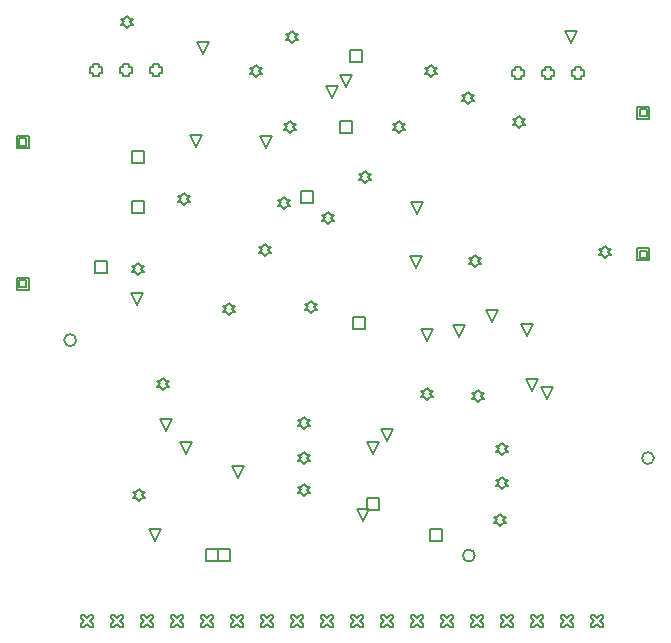
<source format=gbr>
%TF.GenerationSoftware,Altium Limited,Altium Designer,24.3.1 (35)*%
G04 Layer_Color=2752767*
%FSLAX43Y43*%
%MOMM*%
%TF.SameCoordinates,9DAA59CA-406A-4E62-98C5-13318CB5E6F2*%
%TF.FilePolarity,Positive*%
%TF.FileFunction,Drawing*%
%TF.Part,Single*%
G01*
G75*
%TA.AperFunction,NonConductor*%
%ADD80C,0.127*%
%ADD81C,0.169*%
D80*
X54737Y44938D02*
Y45954D01*
X55753D01*
Y44938D01*
X54737D01*
X54940Y45141D02*
Y45751D01*
X55550D01*
Y45141D01*
X54940D01*
X54737Y32938D02*
Y33954D01*
X55753D01*
Y32938D01*
X54737D01*
X54940Y33141D02*
Y33751D01*
X55550D01*
Y33141D01*
X54940D01*
X31674Y39522D02*
X31928Y39776D01*
X32182D01*
X31928Y40030D01*
X32182Y40284D01*
X31928D01*
X31674Y40538D01*
X31420Y40284D01*
X31166D01*
X31420Y40030D01*
X31166Y39776D01*
X31420D01*
X31674Y39522D01*
X2184Y30449D02*
Y31465D01*
X3200D01*
Y30449D01*
X2184D01*
X2388Y30652D02*
Y31262D01*
X2997D01*
Y30652D01*
X2388D01*
X2184Y42449D02*
Y43465D01*
X3200D01*
Y42449D01*
X2184D01*
X2388Y42652D02*
Y43262D01*
X2997D01*
Y42652D01*
X2388D01*
X44729Y44120D02*
X44983Y44374D01*
X45237D01*
X44983Y44628D01*
X45237Y44882D01*
X44983D01*
X44729Y45136D01*
X44475Y44882D01*
X44221D01*
X44475Y44628D01*
X44221Y44374D01*
X44475D01*
X44729Y44120D01*
X11532Y52603D02*
X11786Y52857D01*
X12040D01*
X11786Y53111D01*
X12040Y53365D01*
X11786D01*
X11532Y53619D01*
X11278Y53365D01*
X11024D01*
X11278Y53111D01*
X11024Y52857D01*
X11278D01*
X11532Y52603D01*
X49474Y48590D02*
Y48336D01*
X49982D01*
Y48590D01*
X50236D01*
Y49098D01*
X49982D01*
Y49352D01*
X49474D01*
Y49098D01*
X49220D01*
Y48590D01*
X49474D01*
X46934D02*
Y48336D01*
X47442D01*
Y48590D01*
X47696D01*
Y49098D01*
X47442D01*
Y49352D01*
X46934D01*
Y49098D01*
X46680D01*
Y48590D01*
X46934D01*
X44394D02*
Y48336D01*
X44902D01*
Y48590D01*
X45156D01*
Y49098D01*
X44902D01*
Y49352D01*
X44394D01*
Y49098D01*
X44140D01*
Y48590D01*
X44394D01*
X13762Y48819D02*
Y48565D01*
X14270D01*
Y48819D01*
X14524D01*
Y49327D01*
X14270D01*
Y49581D01*
X13762D01*
Y49327D01*
X13508D01*
Y48819D01*
X13762D01*
X11222D02*
Y48565D01*
X11730D01*
Y48819D01*
X11984D01*
Y49327D01*
X11730D01*
Y49581D01*
X11222D01*
Y49327D01*
X10968D01*
Y48819D01*
X11222D01*
X8682D02*
Y48565D01*
X9190D01*
Y48819D01*
X9444D01*
Y49327D01*
X9190D01*
Y49581D01*
X8682D01*
Y49327D01*
X8428D01*
Y48819D01*
X8682D01*
X14529Y21971D02*
X14783Y22225D01*
X15037D01*
X14783Y22479D01*
X15037Y22733D01*
X14783D01*
X14529Y22987D01*
X14275Y22733D01*
X14021D01*
X14275Y22479D01*
X14021Y22225D01*
X14275D01*
X14529Y21971D01*
X12573Y12548D02*
X12827Y12802D01*
X13081D01*
X12827Y13056D01*
X13081Y13310D01*
X12827D01*
X12573Y13564D01*
X12319Y13310D01*
X12065D01*
X12319Y13056D01*
X12065Y12802D01*
X12319D01*
X12573Y12548D01*
X43131Y10414D02*
X43385Y10668D01*
X43639D01*
X43385Y10922D01*
X43639Y11176D01*
X43385D01*
X43131Y11430D01*
X42877Y11176D01*
X42623D01*
X42877Y10922D01*
X42623Y10668D01*
X42877D01*
X43131Y10414D01*
X26500Y15697D02*
X26754Y15951D01*
X27008D01*
X26754Y16205D01*
X27008Y16459D01*
X26754D01*
X26500Y16713D01*
X26246Y16459D01*
X25992D01*
X26246Y16205D01*
X25992Y15951D01*
X26246D01*
X26500Y15697D01*
X43261Y16459D02*
X43515Y16713D01*
X43769D01*
X43515Y16967D01*
X43769Y17221D01*
X43515D01*
X43261Y17475D01*
X43007Y17221D01*
X42753D01*
X43007Y16967D01*
X42753Y16713D01*
X43007D01*
X43261Y16459D01*
X51968Y33147D02*
X52222Y33401D01*
X52476D01*
X52222Y33655D01*
X52476Y33909D01*
X52222D01*
X51968Y34163D01*
X51714Y33909D01*
X51460D01*
X51714Y33655D01*
X51460Y33401D01*
X51714D01*
X51968Y33147D01*
X43236Y13589D02*
X43490Y13843D01*
X43744D01*
X43490Y14097D01*
X43744Y14351D01*
X43490D01*
X43236Y14605D01*
X42982Y14351D01*
X42728D01*
X42982Y14097D01*
X42728Y13843D01*
X42982D01*
X43236Y13589D01*
X41199Y20960D02*
X41453Y21214D01*
X41707D01*
X41453Y21468D01*
X41707Y21722D01*
X41453D01*
X41199Y21976D01*
X40945Y21722D01*
X40691D01*
X40945Y21468D01*
X40691Y21214D01*
X40945D01*
X41199Y20960D01*
X36890Y21129D02*
X37145Y21383D01*
X37398D01*
X37145Y21637D01*
X37398Y21891D01*
X37145D01*
X36890Y22145D01*
X36637Y21891D01*
X36382D01*
X36637Y21637D01*
X36382Y21383D01*
X36637D01*
X36890Y21129D01*
X26500Y12954D02*
X26754Y13208D01*
X27008D01*
X26754Y13462D01*
X27008Y13716D01*
X26754D01*
X26500Y13970D01*
X26246Y13716D01*
X25992D01*
X26246Y13462D01*
X25992Y13208D01*
X26246D01*
X26500Y12954D01*
Y18644D02*
X26754Y18898D01*
X27008D01*
X26754Y19152D01*
X27008Y19406D01*
X26754D01*
X26500Y19660D01*
X26246Y19406D01*
X25992D01*
X26246Y19152D01*
X25992Y18898D01*
X26246D01*
X26500Y18644D01*
X25348Y43713D02*
X25602Y43967D01*
X25856D01*
X25602Y44221D01*
X25856Y44475D01*
X25602D01*
X25348Y44729D01*
X25094Y44475D01*
X24840D01*
X25094Y44221D01*
X24840Y43967D01*
X25094D01*
X25348Y43713D01*
X25470Y51365D02*
X25724Y51619D01*
X25978D01*
X25724Y51873D01*
X25978Y52127D01*
X25724D01*
X25470Y52381D01*
X25216Y52127D01*
X24962D01*
X25216Y51873D01*
X24962Y51619D01*
X25216D01*
X25470Y51365D01*
X22479Y48438D02*
X22733Y48692D01*
X22987D01*
X22733Y48946D01*
X22987Y49200D01*
X22733D01*
X22479Y49454D01*
X22225Y49200D01*
X21971D01*
X22225Y48946D01*
X21971Y48692D01*
X22225D01*
X22479Y48438D01*
X34519Y43764D02*
X34773Y44018D01*
X35027D01*
X34773Y44272D01*
X35027Y44526D01*
X34773D01*
X34519Y44780D01*
X34265Y44526D01*
X34011D01*
X34265Y44272D01*
X34011Y44018D01*
X34265D01*
X34519Y43764D01*
X37287Y48438D02*
X37541Y48692D01*
X37795D01*
X37541Y48946D01*
X37795Y49200D01*
X37541D01*
X37287Y49454D01*
X37033Y49200D01*
X36779D01*
X37033Y48946D01*
X36779Y48692D01*
X37033D01*
X37287Y48438D01*
X40386Y46152D02*
X40640Y46406D01*
X40894D01*
X40640Y46660D01*
X40894Y46914D01*
X40640D01*
X40386Y47168D01*
X40132Y46914D01*
X39878D01*
X40132Y46660D01*
X39878Y46406D01*
X40132D01*
X40386Y46152D01*
X40945Y32360D02*
X41199Y32614D01*
X41453D01*
X41199Y32868D01*
X41453Y33122D01*
X41199D01*
X40945Y33376D01*
X40691Y33122D01*
X40437D01*
X40691Y32868D01*
X40437Y32614D01*
X40691D01*
X40945Y32360D01*
X27076Y28524D02*
X27330Y28778D01*
X27584D01*
X27330Y29032D01*
X27584Y29286D01*
X27330D01*
X27076Y29540D01*
X26822Y29286D01*
X26568D01*
X26822Y29032D01*
X26568Y28778D01*
X26822D01*
X27076Y28524D01*
X20168Y28346D02*
X20422Y28600D01*
X20676D01*
X20422Y28854D01*
X20676Y29108D01*
X20422D01*
X20168Y29362D01*
X19914Y29108D01*
X19660D01*
X19914Y28854D01*
X19660Y28600D01*
X19914D01*
X20168Y28346D01*
X28499Y36043D02*
X28753Y36297D01*
X29007D01*
X28753Y36551D01*
X29007Y36805D01*
X28753D01*
X28499Y37059D01*
X28245Y36805D01*
X27991D01*
X28245Y36551D01*
X27991Y36297D01*
X28245D01*
X28499Y36043D01*
X24816Y37287D02*
X25070Y37541D01*
X25324D01*
X25070Y37795D01*
X25324Y38049D01*
X25070D01*
X24816Y38303D01*
X24562Y38049D01*
X24308D01*
X24562Y37795D01*
X24308Y37541D01*
X24562D01*
X24816Y37287D01*
X23190Y33350D02*
X23444Y33604D01*
X23698D01*
X23444Y33858D01*
X23698Y34112D01*
X23444D01*
X23190Y34366D01*
X22936Y34112D01*
X22682D01*
X22936Y33858D01*
X22682Y33604D01*
X22936D01*
X23190Y33350D01*
X16358Y37668D02*
X16612Y37922D01*
X16866D01*
X16612Y38176D01*
X16866Y38430D01*
X16612D01*
X16358Y38684D01*
X16104Y38430D01*
X15850D01*
X16104Y38176D01*
X15850Y37922D01*
X16104D01*
X16358Y37668D01*
X12421Y31680D02*
X12675Y31934D01*
X12929D01*
X12675Y32188D01*
X12929Y32442D01*
X12675D01*
X12421Y32696D01*
X12167Y32442D01*
X11913D01*
X12167Y32188D01*
X11913Y31934D01*
X12167D01*
X12421Y31680D01*
X15240Y1905D02*
X15494D01*
X15748Y2159D01*
X16002Y1905D01*
X16256D01*
Y2159D01*
X16002Y2413D01*
X16256Y2667D01*
Y2921D01*
X16002D01*
X15748Y2667D01*
X15494Y2921D01*
X15240D01*
Y2667D01*
X15494Y2413D01*
X15240Y2159D01*
Y1905D01*
X17780D02*
X18034D01*
X18288Y2159D01*
X18542Y1905D01*
X18796D01*
Y2159D01*
X18542Y2413D01*
X18796Y2667D01*
Y2921D01*
X18542D01*
X18288Y2667D01*
X18034Y2921D01*
X17780D01*
Y2667D01*
X18034Y2413D01*
X17780Y2159D01*
Y1905D01*
X20320D02*
X20574D01*
X20828Y2159D01*
X21082Y1905D01*
X21336D01*
Y2159D01*
X21082Y2413D01*
X21336Y2667D01*
Y2921D01*
X21082D01*
X20828Y2667D01*
X20574Y2921D01*
X20320D01*
Y2667D01*
X20574Y2413D01*
X20320Y2159D01*
Y1905D01*
X22860D02*
X23114D01*
X23368Y2159D01*
X23622Y1905D01*
X23876D01*
Y2159D01*
X23622Y2413D01*
X23876Y2667D01*
Y2921D01*
X23622D01*
X23368Y2667D01*
X23114Y2921D01*
X22860D01*
Y2667D01*
X23114Y2413D01*
X22860Y2159D01*
Y1905D01*
X25400D02*
X25654D01*
X25908Y2159D01*
X26162Y1905D01*
X26416D01*
Y2159D01*
X26162Y2413D01*
X26416Y2667D01*
Y2921D01*
X26162D01*
X25908Y2667D01*
X25654Y2921D01*
X25400D01*
Y2667D01*
X25654Y2413D01*
X25400Y2159D01*
Y1905D01*
X27940D02*
X28194D01*
X28448Y2159D01*
X28702Y1905D01*
X28956D01*
Y2159D01*
X28702Y2413D01*
X28956Y2667D01*
Y2921D01*
X28702D01*
X28448Y2667D01*
X28194Y2921D01*
X27940D01*
Y2667D01*
X28194Y2413D01*
X27940Y2159D01*
Y1905D01*
X30480D02*
X30734D01*
X30988Y2159D01*
X31242Y1905D01*
X31496D01*
Y2159D01*
X31242Y2413D01*
X31496Y2667D01*
Y2921D01*
X31242D01*
X30988Y2667D01*
X30734Y2921D01*
X30480D01*
Y2667D01*
X30734Y2413D01*
X30480Y2159D01*
Y1905D01*
X33020D02*
X33274D01*
X33528Y2159D01*
X33782Y1905D01*
X34036D01*
Y2159D01*
X33782Y2413D01*
X34036Y2667D01*
Y2921D01*
X33782D01*
X33528Y2667D01*
X33274Y2921D01*
X33020D01*
Y2667D01*
X33274Y2413D01*
X33020Y2159D01*
Y1905D01*
X35560D02*
X35814D01*
X36068Y2159D01*
X36322Y1905D01*
X36576D01*
Y2159D01*
X36322Y2413D01*
X36576Y2667D01*
Y2921D01*
X36322D01*
X36068Y2667D01*
X35814Y2921D01*
X35560D01*
Y2667D01*
X35814Y2413D01*
X35560Y2159D01*
Y1905D01*
X45720D02*
X45974D01*
X46228Y2159D01*
X46482Y1905D01*
X46736D01*
Y2159D01*
X46482Y2413D01*
X46736Y2667D01*
Y2921D01*
X46482D01*
X46228Y2667D01*
X45974Y2921D01*
X45720D01*
Y2667D01*
X45974Y2413D01*
X45720Y2159D01*
Y1905D01*
X50800D02*
X51054D01*
X51308Y2159D01*
X51562Y1905D01*
X51816D01*
Y2159D01*
X51562Y2413D01*
X51816Y2667D01*
Y2921D01*
X51562D01*
X51308Y2667D01*
X51054Y2921D01*
X50800D01*
Y2667D01*
X51054Y2413D01*
X50800Y2159D01*
Y1905D01*
X48260D02*
X48514D01*
X48768Y2159D01*
X49022Y1905D01*
X49276D01*
Y2159D01*
X49022Y2413D01*
X49276Y2667D01*
Y2921D01*
X49022D01*
X48768Y2667D01*
X48514Y2921D01*
X48260D01*
Y2667D01*
X48514Y2413D01*
X48260Y2159D01*
Y1905D01*
X43180D02*
X43434D01*
X43688Y2159D01*
X43942Y1905D01*
X44196D01*
Y2159D01*
X43942Y2413D01*
X44196Y2667D01*
Y2921D01*
X43942D01*
X43688Y2667D01*
X43434Y2921D01*
X43180D01*
Y2667D01*
X43434Y2413D01*
X43180Y2159D01*
Y1905D01*
X40640D02*
X40894D01*
X41148Y2159D01*
X41402Y1905D01*
X41656D01*
Y2159D01*
X41402Y2413D01*
X41656Y2667D01*
Y2921D01*
X41402D01*
X41148Y2667D01*
X40894Y2921D01*
X40640D01*
Y2667D01*
X40894Y2413D01*
X40640Y2159D01*
Y1905D01*
X38100D02*
X38354D01*
X38608Y2159D01*
X38862Y1905D01*
X39116D01*
Y2159D01*
X38862Y2413D01*
X39116Y2667D01*
Y2921D01*
X38862D01*
X38608Y2667D01*
X38354Y2921D01*
X38100D01*
Y2667D01*
X38354Y2413D01*
X38100Y2159D01*
Y1905D01*
X12700D02*
X12954D01*
X13208Y2159D01*
X13462Y1905D01*
X13716D01*
Y2159D01*
X13462Y2413D01*
X13716Y2667D01*
Y2921D01*
X13462D01*
X13208Y2667D01*
X12954Y2921D01*
X12700D01*
Y2667D01*
X12954Y2413D01*
X12700Y2159D01*
Y1905D01*
X10160D02*
X10414D01*
X10668Y2159D01*
X10922Y1905D01*
X11176D01*
Y2159D01*
X10922Y2413D01*
X11176Y2667D01*
Y2921D01*
X10922D01*
X10668Y2667D01*
X10414Y2921D01*
X10160D01*
Y2667D01*
X10414Y2413D01*
X10160Y2159D01*
Y1905D01*
X7620D02*
X7874D01*
X8128Y2159D01*
X8382Y1905D01*
X8636D01*
Y2159D01*
X8382Y2413D01*
X8636Y2667D01*
Y2921D01*
X8382D01*
X8128Y2667D01*
X7874Y2921D01*
X7620D01*
Y2667D01*
X7874Y2413D01*
X7620Y2159D01*
Y1905D01*
X30404Y49733D02*
Y50749D01*
X31420D01*
Y49733D01*
X30404D01*
X30658Y27102D02*
Y28118D01*
X31674D01*
Y27102D01*
X30658D01*
X26264Y37821D02*
Y38837D01*
X27280D01*
Y37821D01*
X26264D01*
X29515Y43688D02*
Y44704D01*
X30531D01*
Y43688D01*
X29515D01*
X49073Y51333D02*
X48565Y52349D01*
X49581D01*
X49073Y51333D01*
X17348Y42520D02*
X16840Y43536D01*
X17856D01*
X17348Y42520D01*
X11938Y41224D02*
Y42240D01*
X12954D01*
Y41224D01*
X11938D01*
X28876Y46685D02*
X28368Y47701D01*
X29384D01*
X28876Y46685D01*
X30099Y47600D02*
X29591Y48616D01*
X30607D01*
X30099Y47600D01*
X17932Y50394D02*
X17424Y51410D01*
X18440D01*
X17932Y50394D01*
X23266Y42443D02*
X22758Y43459D01*
X23774D01*
X23266Y42443D01*
X37160Y9220D02*
Y10236D01*
X38176D01*
Y9220D01*
X37160D01*
X31826Y11786D02*
Y12802D01*
X32842D01*
Y11786D01*
X31826D01*
X19253Y7468D02*
Y8484D01*
X20269D01*
Y7468D01*
X19253D01*
X18237D02*
Y8484D01*
X19253D01*
Y7468D01*
X18237D01*
X11913Y36932D02*
Y37948D01*
X12929D01*
Y36932D01*
X11913D01*
X8839Y31877D02*
Y32893D01*
X9855D01*
Y31877D01*
X8839D01*
X45345Y26565D02*
X44837Y27581D01*
X45853D01*
X45345Y26565D01*
X47055Y21184D02*
X46547Y22200D01*
X47563D01*
X47055Y21184D01*
X12344Y29134D02*
X11836Y30150D01*
X12852D01*
X12344Y29134D01*
X45822Y21920D02*
X45314Y22936D01*
X46330D01*
X45822Y21920D01*
X31471Y10897D02*
X30963Y11913D01*
X31979D01*
X31471Y10897D01*
X33528Y17653D02*
X33020Y18669D01*
X34036D01*
X33528Y17653D01*
X13894Y9195D02*
X13386Y10211D01*
X14402D01*
X13894Y9195D01*
X42393Y27711D02*
X41885Y28727D01*
X42901D01*
X42393Y27711D01*
X39621Y26489D02*
X39113Y27505D01*
X40129D01*
X39621Y26489D01*
X20904Y14554D02*
X20396Y15570D01*
X21412D01*
X20904Y14554D01*
X32334Y16586D02*
X31826Y17602D01*
X32842D01*
X32334Y16586D01*
X14834Y18466D02*
X14326Y19482D01*
X15342D01*
X14834Y18466D01*
X16535Y16510D02*
X16027Y17526D01*
X17043D01*
X16535Y16510D01*
X36906Y26125D02*
X36398Y27141D01*
X37414D01*
X36906Y26125D01*
X36068Y36881D02*
X35560Y37897D01*
X36576D01*
X36068Y36881D01*
X35952Y32293D02*
X35444Y33309D01*
X36460D01*
X35952Y32293D01*
D81*
X56134Y16205D02*
G03*
X56134Y16205I-508J0D01*
G01*
X7214Y26187D02*
G03*
X7214Y26187I-508J0D01*
G01*
X40970Y7950D02*
G03*
X40970Y7950I-508J0D01*
G01*
%TF.MD5,2e87d9b97de4ad692128317a8fc81ee3*%
M02*

</source>
